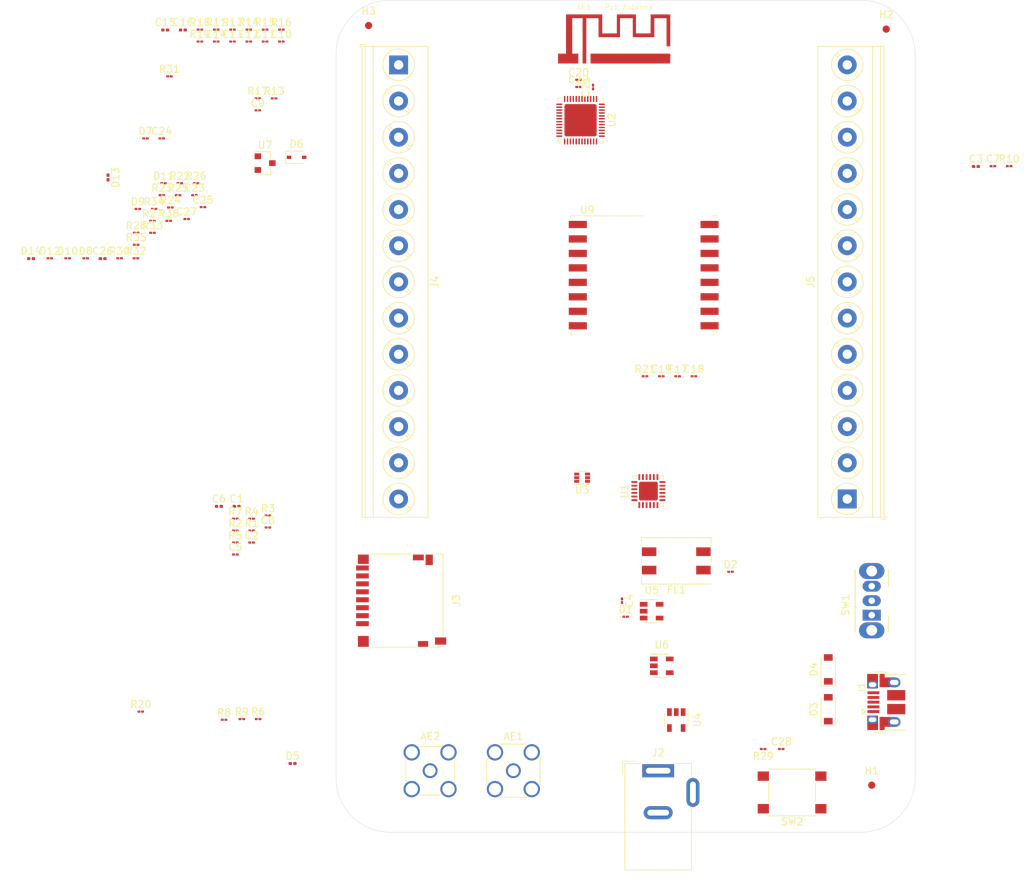
<source format=kicad_pcb>
(kicad_pcb (version 20171130) (host pcbnew "(5.1.2)-1")
  (layers (0 F.Cu signal) (31 B.Cu signal hide) (34 B.Paste user) (35 F.Paste user) (36 B.SilkS user) (37 F.SilkS user) (38 B.Mask user) (39 F.Mask user) (44 Edge.Cuts user))
  (net 0 "")
  (net 1 GND)
  (net 2 "Net-(AE2-Pad1)")
  (net 3 "Net-(AE3-Pad2)")
  (net 4 +3.3VP)
  (net 5 VBUS)
  (net 6 +5V)
  (net 7 +BATT)
  (net 8 +3V3)
  (net 9 /LEDscreen/RES)
  (net 10 VCC)
  (net 11 "Net-(C13-Pad2)")
  (net 12 "Net-(C13-Pad1)")
  (net 13 "Net-(C14-Pad2)")
  (net 14 "Net-(C14-Pad1)")
  (net 15 "Net-(C15-Pad1)")
  (net 16 "Net-(C16-Pad1)")
  (net 17 /moduloRF/ANT)
  (net 18 "Net-(C18-Pad1)")
  (net 19 "Net-(C21-Pad1)")
  (net 20 /micro/SENSOR_CAPP)
  (net 21 /micro/S_VP)
  (net 22 /micro/SENSOR_CAPN)
  (net 23 /micro/S_VN)
  (net 24 /micro/RS_EN)
  (net 25 /Power/D+)
  (net 26 /Power/D-)
  (net 27 +5VD)
  (net 28 "Net-(D5-Pad2)")
  (net 29 "Net-(D5-Pad1)")
  (net 30 /micro/SD1-IO4)
  (net 31 /micro/SD2-IO12)
  (net 32 /micro/CMD-MOSI-IO15)
  (net 33 /micro/SD3-CS-IO13)
  (net 34 /micro/CLK-SCK-IO14)
  (net 35 /micro/SD0-MISO-IO2)
  (net 36 "Net-(D13-Pad2)")
  (net 37 "Net-(D14-Pad2)")
  (net 38 /Power/DM)
  (net 39 /Power/DP)
  (net 40 "Net-(J1-Pad4)")
  (net 41 /micro/IO21)
  (net 42 /micro/TXD)
  (net 43 /micro/RXD)
  (net 44 /micro/IO22)
  (net 45 /micro/IO23)
  (net 46 /micro/IO19)
  (net 47 /micro/HPDIO2)
  (net 48 /micro/HPDIO1)
  (net 49 /Power/RST_EN)
  (net 50 /micro/IO34)
  (net 51 /Power/IO35)
  (net 52 /Power/IO0)
  (net 53 /micro/IO25)
  (net 54 "Net-(R5-Pad1)")
  (net 55 "Net-(R7-Pad2)")
  (net 56 "Net-(R8-Pad2)")
  (net 57 /LEDscreen/D0)
  (net 58 /LEDscreen/D1)
  (net 59 /LEDscreen/D2)
  (net 60 "Net-(R15-Pad2)")
  (net 61 "Net-(R17-Pad2)")
  (net 62 "Net-(R19-Pad2)")
  (net 63 /Power/U0RXD)
  (net 64 "Net-(R29-Pad2)")
  (net 65 /micro/IO32)
  (net 66 /micro/IO33)
  (net 67 "Net-(SW1-Pad3)")
  (net 68 "Net-(U1-Pad24)")
  (net 69 /Power/DTR)
  (net 70 "Net-(U1-Pad22)")
  (net 71 /Power/RTS)
  (net 72 "Net-(U1-Pad18)")
  (net 73 "Net-(U1-Pad17)")
  (net 74 "Net-(U1-Pad16)")
  (net 75 "Net-(U1-Pad15)")
  (net 76 "Net-(U1-Pad14)")
  (net 77 "Net-(U1-Pad13)")
  (net 78 "Net-(U1-Pad12)")
  (net 79 "Net-(U1-Pad11)")
  (net 80 "Net-(U1-Pad10)")
  (net 81 "Net-(U1-Pad9)")
  (net 82 "Net-(U1-Pad1)")
  (net 83 "Net-(U2-Pad48)")
  (net 84 "Net-(U2-Pad47)")
  (net 85 "Net-(U2-Pad45)")
  (net 86 "Net-(U2-Pad44)")
  (net 87 /micro/IO18)
  (net 88 /micro/IO5)
  (net 89 "Net-(U2-Pad33)")
  (net 90 "Net-(U2-Pad32)")
  (net 91 "Net-(U2-Pad31)")
  (net 92 "Net-(U2-Pad30)")
  (net 93 "Net-(U2-Pad29)")
  (net 94 "Net-(U2-Pad28)")
  (net 95 "Net-(U2-Pad27)")
  (net 96 "Net-(U2-Pad26)")
  (net 97 "Net-(U2-Pad25)")
  (net 98 /micro/IO27)
  (net 99 /micro/IO26)
  (net 100 "Net-(U5-Pad4)")
  (net 101 "Net-(U6-Pad4)")
  (net 102 "Net-(U8-Pad7)")
  (net 103 "Net-(U9-Pad7)")
  (net 104 "Net-(U9-Pad11)")
  (net 105 "Net-(U9-Pad12)")
  (net 106 "Net-(AE1-Pad1)")
  (net 107 "Net-(J4-Pad9)")
  (module MyAntennas:SWRA117D (layer F.Cu) (at 195.88 42.86)
    (fp_text reference AE3 (at -4.2 -4.36) (layer F.SilkS) (effects (font (size 0.7 0.7) (thickness 0.07))))
    (fp_text value Pcb_Antenna (at 2.06 -4.38) (layer F.SilkS) (effects (font (size 0.7 0.7) (thickness 0.07))))
    (fp_poly (pts (xy 7.789334 3.386667) (xy -3.217333 3.386667) (xy -3.217333 2.032) (xy 7.789334 2.032) (xy 7.789334 3.386667)) (layer F.Cu) (width 0.01))
    (fp_poly (pts (xy -1.608666 -0.762) (xy 0.423334 -0.762) (xy 0.423334 -3.386666) (xy 3.048 -3.386666) (xy 3.048 -0.762) (xy 5.08 -0.762) (xy 5.08 -3.386666) (xy 7.789334 -3.386666) (xy 7.789334 1.016) (xy 7.281334 1.016) (xy 7.281334 -2.878666) (xy 5.588 -2.878666) (xy 5.588 -0.254) (xy 2.624667 -0.254) (xy 2.624667 -2.878666) (xy 0.846667 -2.878666) (xy 0.846667 -0.254) (xy -2.116666 -0.254) (xy -2.116666 -2.878666) (xy -3.81 -2.878666) (xy -3.81 3.386667) (xy -4.318 3.386667) (xy -4.318 -2.878666) (xy -5.757333 -2.878666) (xy -5.757333 2.032) (xy -4.910666 2.032) (xy -4.910666 3.386667) (xy -7.704666 3.386667) (xy -7.704666 2.032) (xy -6.604 2.032) (xy -6.604 -3.386666) (xy -1.608666 -3.386666) (xy -1.608666 -0.762)) (layer F.Cu) (width 0.01))
    (pad 2 smd circle (at -4.06 3.18) (size 0.4 0.4) (layers F.Cu F.Paste) (net 3 "Net-(AE3-Pad2)"))
    (pad 1 smd circle (at -6.2 2.8) (size 0.5 0.5) (layers F.Cu F.Paste F.Mask) (net 1 GND))
  )
  (module RF_Module:HOPERF_RFM69HW (layer F.Cu) (at 200 75.5)
    (fp_text reference U9 (at -7.8 -9) (layer F.SilkS))
    (fp_text value RFM69HCW)
    (pad 1 smd rect (at -9.1 -7) (size 2.5 1) (layers F.Cu F.Paste F.Mask) (net 1 GND))
    (pad 2 smd rect (at -9.1 -5) (size 2.5 1) (layers F.Cu F.Paste F.Mask) (net 46 /micro/IO19))
    (pad 3 smd rect (at -9.1 -3) (size 2.5 1) (layers F.Cu F.Paste F.Mask) (net 98 /micro/IO27))
    (pad 4 smd rect (at -9.1 -1) (size 2.5 1) (layers F.Cu F.Paste F.Mask) (net 88 /micro/IO5))
    (pad 5 smd rect (at -9.1 1) (size 2.5 1) (layers F.Cu F.Paste F.Mask) (net 87 /micro/IO18))
    (pad 6 smd rect (at -9.1 3) (size 2.5 1) (layers F.Cu F.Paste F.Mask) (net 45 /micro/IO23))
    (pad 7 smd rect (at -9.1 5) (size 2.5 1) (layers F.Cu F.Paste F.Mask) (net 103 "Net-(U9-Pad7)"))
    (pad 8 smd rect (at -9.1 7) (size 2.5 1) (layers F.Cu F.Paste F.Mask) (net 1 GND))
    (pad 9 smd rect (at 9.1 7) (size 2.5 1) (layers F.Cu F.Paste F.Mask) (net 17 /moduloRF/ANT))
    (pad 10 smd rect (at 9.1 5) (size 2.5 1) (layers F.Cu F.Paste F.Mask) (net 1 GND))
    (pad 11 smd rect (at 9.1 3) (size 2.5 1) (layers F.Cu F.Paste F.Mask) (net 104 "Net-(U9-Pad11)"))
    (pad 12 smd rect (at 9.1 1) (size 2.5 1) (layers F.Cu F.Paste F.Mask) (net 105 "Net-(U9-Pad12)"))
    (pad 13 smd rect (at 9.1 -1) (size 2.5 1) (layers F.Cu F.Paste F.Mask) (net 4 +3.3VP))
    (pad 14 smd rect (at 9.1 -3) (size 2.5 1) (layers F.Cu F.Paste F.Mask) (net 99 /micro/IO26))
    (pad 15 smd rect (at 9.1 -5) (size 2.5 1) (layers F.Cu F.Paste F.Mask) (net 48 /micro/HPDIO1))
    (pad 16 smd rect (at 9.1 -7) (size 2.5 1) (layers F.Cu F.Paste F.Mask) (net 47 /micro/HPDIO2))
  )
  (module Connector_FFC-FPC:Molex_200528-0300_1x30-1MP_P1.00mm_Horizontal (layer B.Cu) (at 200 20)
    (fp_text reference U8 (at 0 2.61) (layer B.SilkS) (effects (justify mirror)))
    (fp_text value OLED-128O064D)
    (pad 30 smd rect (at 14.5 0.91) (size 0.4 1) (layers B.Cu B.Paste B.Mask) (net 1 GND))
    (pad 29 smd rect (at 13.5 0.91) (size 0.4 1) (layers B.Cu B.Paste B.Mask) (net 1 GND))
    (pad 28 smd rect (at 12.5 0.91) (size 0.4 1) (layers B.Cu B.Paste B.Mask) (net 16 "Net-(C16-Pad1)"))
    (pad 27 smd rect (at 11.5 0.91) (size 0.4 1) (layers B.Cu B.Paste B.Mask) (net 15 "Net-(C15-Pad1)"))
    (pad 26 smd rect (at 10.5 0.91) (size 0.4 1) (layers B.Cu B.Paste B.Mask) (net 62 "Net-(R19-Pad2)"))
    (pad 25 smd rect (at 9.5 0.91) (size 0.4 1) (layers B.Cu B.Paste B.Mask) (net 1 GND))
    (pad 24 smd rect (at 8.5 0.91) (size 0.4 1) (layers B.Cu B.Paste B.Mask) (net 1 GND))
    (pad 23 smd rect (at 7.5 0.91) (size 0.4 1) (layers B.Cu B.Paste B.Mask) (net 1 GND))
    (pad 22 smd rect (at 6.5 0.91) (size 0.4 1) (layers B.Cu B.Paste B.Mask) (net 1 GND))
    (pad 21 smd rect (at 5.5 0.91) (size 0.4 1) (layers B.Cu B.Paste B.Mask) (net 1 GND))
    (pad 20 smd rect (at 4.5 0.91) (size 0.4 1) (layers B.Cu B.Paste B.Mask) (net 59 /LEDscreen/D2))
    (pad 19 smd rect (at 3.5 0.91) (size 0.4 1) (layers B.Cu B.Paste B.Mask) (net 58 /LEDscreen/D1))
    (pad 18 smd rect (at 2.5 0.91) (size 0.4 1) (layers B.Cu B.Paste B.Mask) (net 57 /LEDscreen/D0))
    (pad 17 smd rect (at 1.5 0.91) (size 0.4 1) (layers B.Cu B.Paste B.Mask) (net 1 GND))
    (pad 16 smd rect (at 0.5 0.91) (size 0.4 1) (layers B.Cu B.Paste B.Mask) (net 1 GND))
    (pad 15 smd rect (at -0.5 0.91) (size 0.4 1) (layers B.Cu B.Paste B.Mask) (net 1 GND))
    (pad 14 smd rect (at -1.5 0.91) (size 0.4 1) (layers B.Cu B.Paste B.Mask) (net 9 /LEDscreen/RES))
    (pad 13 smd rect (at -2.5 0.91) (size 0.4 1) (layers B.Cu B.Paste B.Mask) (net 1 GND))
    (pad 12 smd rect (at -3.5 0.91) (size 0.4 1) (layers B.Cu B.Paste B.Mask) (net 1 GND))
    (pad 11 smd rect (at -4.5 0.91) (size 0.4 1) (layers B.Cu B.Paste B.Mask) (net 60 "Net-(R15-Pad2)"))
    (pad 10 smd rect (at -5.5 0.91) (size 0.4 1) (layers B.Cu B.Paste B.Mask) (net 61 "Net-(R17-Pad2)"))
    (pad 9 smd rect (at -6.5 0.91) (size 0.4 1) (layers B.Cu B.Paste B.Mask) (net 10 VCC))
    (pad 8 smd rect (at -7.5 0.91) (size 0.4 1) (layers B.Cu B.Paste B.Mask) (net 1 GND))
    (pad 7 smd rect (at -8.5 0.91) (size 0.4 1) (layers B.Cu B.Paste B.Mask) (net 102 "Net-(U8-Pad7)"))
    (pad 6 smd rect (at -9.5 0.91) (size 0.4 1) (layers B.Cu B.Paste B.Mask) (net 10 VCC))
    (pad 5 smd rect (at -10.5 0.91) (size 0.4 1) (layers B.Cu B.Paste B.Mask) (net 13 "Net-(C14-Pad2)"))
    (pad 4 smd rect (at -11.5 0.91) (size 0.4 1) (layers B.Cu B.Paste B.Mask) (net 14 "Net-(C14-Pad1)"))
    (pad 3 smd rect (at -12.5 0.91) (size 0.4 1) (layers B.Cu B.Paste B.Mask) (net 11 "Net-(C13-Pad2)"))
    (pad 2 smd rect (at -13.5 0.91) (size 0.4 1) (layers B.Cu B.Paste B.Mask) (net 12 "Net-(C13-Pad1)"))
    (pad 1 smd rect (at -14.5 0.91) (size 0.4 1) (layers B.Cu B.Paste B.Mask) (net 1 GND))
    (pad MP smd rect (at 17.3 -1.79) (size 2 1.3) (layers B.Cu B.Paste B.Mask))
    (pad MP smd rect (at -17.3 -1.79) (size 2 1.3) (layers B.Cu B.Paste B.Mask))
  )
  (module Package_TO_SOT_SMD:SOT-23 (layer F.Cu) (at 147.7 60.02)
    (fp_text reference U7 (at 0 -2.5) (layer F.SilkS))
    (fp_text value 662k)
    (pad 3 smd rect (at 1 0) (size 0.9 0.8) (layers F.Cu F.Paste F.Mask) (net 1 GND))
    (pad 2 smd rect (at -1 0.95) (size 0.9 0.8) (layers F.Cu F.Paste F.Mask) (net 8 +3V3))
    (pad 1 smd rect (at -1 -0.95) (size 0.9 0.8) (layers F.Cu F.Paste F.Mask) (net 10 VCC))
  )
  (module Package_TO_SOT_SMD:SOT-23-5 (layer F.Cu) (at 202.5 129.5)
    (fp_text reference U6 (at 0 -2.9) (layer F.SilkS))
    (fp_text value ME6211)
    (pad 5 smd rect (at 1.1 -0.95) (size 1.06 0.65) (layers F.Cu F.Paste F.Mask) (net 4 +3.3VP))
    (pad 4 smd rect (at 1.1 0.95) (size 1.06 0.65) (layers F.Cu F.Paste F.Mask) (net 101 "Net-(U6-Pad4)"))
    (pad 3 smd rect (at -1.1 0.95) (size 1.06 0.65) (layers F.Cu F.Paste F.Mask) (net 56 "Net-(R8-Pad2)"))
    (pad 2 smd rect (at -1.1 0) (size 1.06 0.65) (layers F.Cu F.Paste F.Mask) (net 1 GND))
    (pad 1 smd rect (at -1.1 -0.95) (size 1.06 0.65) (layers F.Cu F.Paste F.Mask) (net 6 +5V))
  )
  (module Package_TO_SOT_SMD:SOT-23-5 (layer F.Cu) (at 201.1 121.95)
    (fp_text reference U5 (at 0 -2.9) (layer F.SilkS))
    (fp_text value ME6211)
    (pad 5 smd rect (at 1.1 -0.95) (size 1.06 0.65) (layers F.Cu F.Paste F.Mask) (net 8 +3V3))
    (pad 4 smd rect (at 1.1 0.95) (size 1.06 0.65) (layers F.Cu F.Paste F.Mask) (net 100 "Net-(U5-Pad4)"))
    (pad 3 smd rect (at -1.1 0.95) (size 1.06 0.65) (layers F.Cu F.Paste F.Mask) (net 55 "Net-(R7-Pad2)"))
    (pad 2 smd rect (at -1.1 0) (size 1.06 0.65) (layers F.Cu F.Paste F.Mask) (net 1 GND))
    (pad 1 smd rect (at -1.1 -0.95) (size 1.06 0.65) (layers F.Cu F.Paste F.Mask) (net 6 +5V))
  )
  (module Package_TO_SOT_SMD:SOT-23-5 (layer F.Cu) (at 204.5 137 270)
    (fp_text reference U4 (at 0 -2.9 90) (layer F.SilkS))
    (fp_text value TP4054)
    (pad 5 smd rect (at 1.1 -0.95 270) (size 1.06 0.65) (layers F.Cu F.Paste F.Mask) (net 54 "Net-(R5-Pad1)"))
    (pad 4 smd rect (at 1.1 0.95 270) (size 1.06 0.65) (layers F.Cu F.Paste F.Mask) (net 5 VBUS))
    (pad 3 smd rect (at -1.1 0.95 270) (size 1.06 0.65) (layers F.Cu F.Paste F.Mask) (net 7 +BATT))
    (pad 2 smd rect (at -1.1 0 270) (size 1.06 0.65) (layers F.Cu F.Paste F.Mask) (net 1 GND))
    (pad 1 smd rect (at -1.1 -0.95 270) (size 1.06 0.65) (layers F.Cu F.Paste F.Mask) (net 29 "Net-(D5-Pad1)"))
  )
  (module Package_TO_SOT_SMD:SOT-563 (layer F.Cu) (at 191.5 103.5 180)
    (fp_text reference U3 (at 0 -1.7) (layer F.SilkS))
    (fp_text value EMH3)
    (pad 5 smd rect (at 0.75 0 180) (size 0.7 0.4) (layers F.Cu F.Paste F.Mask) (net 71 /Power/RTS))
    (pad 4 smd rect (at 0.75 0.5 180) (size 0.7 0.4) (layers F.Cu F.Paste F.Mask) (net 69 /Power/DTR))
    (pad 2 smd rect (at -0.75 0 180) (size 0.7 0.4) (layers F.Cu F.Paste F.Mask) (net 69 /Power/DTR))
    (pad 6 smd rect (at 0.75 -0.5 180) (size 0.7 0.4) (layers F.Cu F.Paste F.Mask) (net 49 /Power/RST_EN))
    (pad 3 smd rect (at -0.75 0.5 180) (size 0.7 0.4) (layers F.Cu F.Paste F.Mask) (net 52 /Power/IO0))
    (pad 1 smd rect (at -0.75 -0.5 180) (size 0.7 0.4) (layers F.Cu F.Paste F.Mask) (net 71 /Power/RTS))
  )
  (module Package_DFN_QFN:UQFN-48-1EP_6x6mm_P0.4mm_EP4.45x4.45mm (layer F.Cu) (at 191.28 54.09 270)
    (fp_text reference U2 (at 0 -4.3 90) (layer F.SilkS))
    (fp_text value ESP32)
    (pad 48 smd roundrect (at -2.2 -2.9375 270) (size 0.2 0.825) (layers F.Cu F.Paste F.Mask) (net 83 "Net-(U2-Pad48)"))
    (pad 47 smd roundrect (at -1.8 -2.9375 270) (size 0.2 0.825) (layers F.Cu F.Paste F.Mask) (net 84 "Net-(U2-Pad47)"))
    (pad 46 smd roundrect (at -1.4 -2.9375 270) (size 0.2 0.825) (layers F.Cu F.Paste F.Mask) (net 8 +3V3))
    (pad 45 smd roundrect (at -1 -2.9375 270) (size 0.2 0.825) (layers F.Cu F.Paste F.Mask) (net 85 "Net-(U2-Pad45)"))
    (pad 44 smd roundrect (at -0.6 -2.9375 270) (size 0.2 0.825) (layers F.Cu F.Paste F.Mask) (net 86 "Net-(U2-Pad44)"))
    (pad 43 smd roundrect (at -0.2 -2.9375 270) (size 0.2 0.825) (layers F.Cu F.Paste F.Mask) (net 8 +3V3))
    (pad 42 smd roundrect (at 0.2 -2.9375 270) (size 0.2 0.825) (layers F.Cu F.Paste F.Mask) (net 41 /micro/IO21))
    (pad 41 smd roundrect (at 0.6 -2.9375 270) (size 0.2 0.825) (layers F.Cu F.Paste F.Mask) (net 42 /micro/TXD))
    (pad 40 smd roundrect (at 1 -2.9375 270) (size 0.2 0.825) (layers F.Cu F.Paste F.Mask) (net 43 /micro/RXD))
    (pad 39 smd roundrect (at 1.4 -2.9375 270) (size 0.2 0.825) (layers F.Cu F.Paste F.Mask) (net 44 /micro/IO22))
    (pad 38 smd roundrect (at 1.8 -2.9375 270) (size 0.2 0.825) (layers F.Cu F.Paste F.Mask) (net 46 /micro/IO19))
    (pad 37 smd roundrect (at 2.2 -2.9375 270) (size 0.2 0.825) (layers F.Cu F.Paste F.Mask) (net 8 +3V3))
    (pad 36 smd roundrect (at 2.9375 -2.2 270) (size 0.825 0.2) (layers F.Cu F.Paste F.Mask) (net 45 /micro/IO23))
    (pad 35 smd roundrect (at 2.9375 -1.8 270) (size 0.825 0.2) (layers F.Cu F.Paste F.Mask) (net 87 /micro/IO18))
    (pad 34 smd roundrect (at 2.9375 -1.4 270) (size 0.825 0.2) (layers F.Cu F.Paste F.Mask) (net 88 /micro/IO5))
    (pad 33 smd roundrect (at 2.9375 -1 270) (size 0.825 0.2) (layers F.Cu F.Paste F.Mask) (net 89 "Net-(U2-Pad33)"))
    (pad 32 smd roundrect (at 2.9375 -0.6 270) (size 0.825 0.2) (layers F.Cu F.Paste F.Mask) (net 90 "Net-(U2-Pad32)"))
    (pad 31 smd roundrect (at 2.9375 -0.2 270) (size 0.825 0.2) (layers F.Cu F.Paste F.Mask) (net 91 "Net-(U2-Pad31)"))
    (pad 30 smd roundrect (at 2.9375 0.2 270) (size 0.825 0.2) (layers F.Cu F.Paste F.Mask) (net 92 "Net-(U2-Pad30)"))
    (pad 29 smd roundrect (at 2.9375 0.6 270) (size 0.825 0.2) (layers F.Cu F.Paste F.Mask) (net 93 "Net-(U2-Pad29)"))
    (pad 28 smd roundrect (at 2.9375 1 270) (size 0.825 0.2) (layers F.Cu F.Paste F.Mask) (net 94 "Net-(U2-Pad28)"))
    (pad 27 smd roundrect (at 2.9375 1.4 270) (size 0.825 0.2) (layers F.Cu F.Paste F.Mask) (net 95 "Net-(U2-Pad27)"))
    (pad 26 smd roundrect (at 2.9375 1.8 270) (size 0.825 0.2) (layers F.Cu F.Paste F.Mask) (net 96 "Net-(U2-Pad26)"))
    (pad 25 smd roundrect (at 2.9375 2.2 270) (size 0.825 0.2) (layers F.Cu F.Paste F.Mask) (net 97 "Net-(U2-Pad25)"))
    (pad 24 smd roundrect (at 2.2 2.9375 270) (size 0.2 0.825) (layers F.Cu F.Paste F.Mask) (net 30 /micro/SD1-IO4))
    (pad 23 smd roundrect (at 1.8 2.9375 270) (size 0.2 0.825) (layers F.Cu F.Paste F.Mask) (net 52 /Power/IO0))
    (pad 22 smd roundrect (at 1.4 2.9375 270) (size 0.2 0.825) (layers F.Cu F.Paste F.Mask) (net 35 /micro/SD0-MISO-IO2))
    (pad 21 smd roundrect (at 1 2.9375 270) (size 0.2 0.825) (layers F.Cu F.Paste F.Mask) (net 32 /micro/CMD-MOSI-IO15))
    (pad 20 smd roundrect (at 0.6 2.9375 270) (size 0.2 0.825) (layers F.Cu F.Paste F.Mask) (net 33 /micro/SD3-CS-IO13))
    (pad 19 smd roundrect (at 0.2 2.9375 270) (size 0.2 0.825) (layers F.Cu F.Paste F.Mask) (net 8 +3V3))
    (pad 18 smd roundrect (at -0.2 2.9375 270) (size 0.2 0.825) (layers F.Cu F.Paste F.Mask) (net 31 /micro/SD2-IO12))
    (pad 17 smd roundrect (at -0.6 2.9375 270) (size 0.2 0.825) (layers F.Cu F.Paste F.Mask) (net 34 /micro/CLK-SCK-IO14))
    (pad 16 smd roundrect (at -1 2.9375 270) (size 0.2 0.825) (layers F.Cu F.Paste F.Mask) (net 98 /micro/IO27))
    (pad 15 smd roundrect (at -1.4 2.9375 270) (size 0.2 0.825) (layers F.Cu F.Paste F.Mask) (net 99 /micro/IO26))
    (pad 14 smd roundrect (at -1.8 2.9375 270) (size 0.2 0.825) (layers F.Cu F.Paste F.Mask) (net 53 /micro/IO25))
    (pad 13 smd roundrect (at -2.2 2.9375 270) (size 0.2 0.825) (layers F.Cu F.Paste F.Mask) (net 66 /micro/IO33))
    (pad 12 smd roundrect (at -2.9375 2.2 270) (size 0.825 0.2) (layers F.Cu F.Paste F.Mask) (net 65 /micro/IO32))
    (pad 11 smd roundrect (at -2.9375 1.8 270) (size 0.825 0.2) (layers F.Cu F.Paste F.Mask) (net 51 /Power/IO35))
    (pad 10 smd roundrect (at -2.9375 1.4 270) (size 0.825 0.2) (layers F.Cu F.Paste F.Mask) (net 50 /micro/IO34))
    (pad 9 smd roundrect (at -2.9375 1 270) (size 0.825 0.2) (layers F.Cu F.Paste F.Mask) (net 49 /Power/RST_EN))
    (pad 8 smd roundrect (at -2.9375 0.6 270) (size 0.825 0.2) (layers F.Cu F.Paste F.Mask) (net 23 /micro/S_VN))
    (pad 7 smd roundrect (at -2.9375 0.2 270) (size 0.825 0.2) (layers F.Cu F.Paste F.Mask) (net 22 /micro/SENSOR_CAPN))
    (pad 6 smd roundrect (at -2.9375 -0.2 270) (size 0.825 0.2) (layers F.Cu F.Paste F.Mask) (net 20 /micro/SENSOR_CAPP))
    (pad 5 smd roundrect (at -2.9375 -0.6 270) (size 0.825 0.2) (layers F.Cu F.Paste F.Mask) (net 21 /micro/S_VP))
    (pad 4 smd roundrect (at -2.9375 -1 270) (size 0.825 0.2) (layers F.Cu F.Paste F.Mask) (net 8 +3V3))
    (pad 3 smd roundrect (at -2.9375 -1.4 270) (size 0.825 0.2) (layers F.Cu F.Paste F.Mask) (net 8 +3V3))
    (pad 2 smd roundrect (at -2.9375 -1.8 270) (size 0.825 0.2) (layers F.Cu F.Paste F.Mask) (net 19 "Net-(C21-Pad1)"))
    (pad 1 smd roundrect (at -2.9375 -2.2 270) (size 0.825 0.2) (layers F.Cu F.Paste F.Mask) (net 8 +3V3))
    (pad 49 smd roundrect (at 0 0 270) (size 4.45 4.45) (layers F.Cu F.Mask) (roundrect_rratio 0.05618) (net 1 GND))
  )
  (module Package_DFN_QFN:QFN-24-1EP_4x4mm_P0.5mm_EP2.6x2.6mm (layer F.Cu) (at 200.65 105.35 90)
    (fp_text reference U1 (at 0 -3.3 90) (layer F.SilkS))
    (fp_text value CP2102N-A01-GQFN24)
    (pad 24 smd roundrect (at -1.25 -1.9375 90) (size 0.25 0.825) (layers F.Cu F.Paste F.Mask) (net 68 "Net-(U1-Pad24)"))
    (pad 23 smd roundrect (at -0.75 -1.9375 90) (size 0.25 0.825) (layers F.Cu F.Paste F.Mask) (net 69 /Power/DTR))
    (pad 22 smd roundrect (at -0.25 -1.9375 90) (size 0.25 0.825) (layers F.Cu F.Paste F.Mask) (net 70 "Net-(U1-Pad22)"))
    (pad 21 smd roundrect (at 0.25 -1.9375 90) (size 0.25 0.825) (layers F.Cu F.Paste F.Mask) (net 63 /Power/U0RXD))
    (pad 20 smd roundrect (at 0.75 -1.9375 90) (size 0.25 0.825) (layers F.Cu F.Paste F.Mask) (net 63 /Power/U0RXD))
    (pad 19 smd roundrect (at 1.25 -1.9375 90) (size 0.25 0.825) (layers F.Cu F.Paste F.Mask) (net 71 /Power/RTS))
    (pad 18 smd roundrect (at 1.9375 -1.25 90) (size 0.825 0.25) (layers F.Cu F.Paste F.Mask) (net 72 "Net-(U1-Pad18)"))
    (pad 17 smd roundrect (at 1.9375 -0.75 90) (size 0.825 0.25) (layers F.Cu F.Paste F.Mask) (net 73 "Net-(U1-Pad17)"))
    (pad 16 smd roundrect (at 1.9375 -0.25 90) (size 0.825 0.25) (layers F.Cu F.Paste F.Mask) (net 74 "Net-(U1-Pad16)"))
    (pad 15 smd roundrect (at 1.9375 0.25 90) (size 0.825 0.25) (layers F.Cu F.Paste F.Mask) (net 75 "Net-(U1-Pad15)"))
    (pad 14 smd roundrect (at 1.9375 0.75 90) (size 0.825 0.25) (layers F.Cu F.Paste F.Mask) (net 76 "Net-(U1-Pad14)"))
    (pad 13 smd roundrect (at 1.9375 1.25 90) (size 0.825 0.25) (layers F.Cu F.Paste F.Mask) (net 77 "Net-(U1-Pad13)"))
    (pad 12 smd roundrect (at 1.25 1.9375 90) (size 0.25 0.825) (layers F.Cu F.Paste F.Mask) (net 78 "Net-(U1-Pad12)"))
    (pad 11 smd roundrect (at 0.75 1.9375 90) (size 0.25 0.825) (layers F.Cu F.Paste F.Mask) (net 79 "Net-(U1-Pad11)"))
    (pad 10 smd roundrect (at 0.25 1.9375 90) (size 0.25 0.825) (layers F.Cu F.Paste F.Mask) (net 80 "Net-(U1-Pad10)"))
    (pad 9 smd roundrect (at -0.25 1.9375 90) (size 0.25 0.825) (layers F.Cu F.Paste F.Mask) (net 81 "Net-(U1-Pad9)"))
    (pad 8 smd roundrect (at -0.75 1.9375 90) (size 0.25 0.825) (layers F.Cu F.Paste F.Mask) (net 6 +5V))
    (pad 7 smd roundrect (at -1.25 1.9375 90) (size 0.25 0.825) (layers F.Cu F.Paste F.Mask) (net 4 +3.3VP))
    (pad 6 smd roundrect (at -1.9375 1.25 90) (size 0.825 0.25) (layers F.Cu F.Paste F.Mask) (net 4 +3.3VP))
    (pad 5 smd roundrect (at -1.9375 0.75 90) (size 0.825 0.25) (layers F.Cu F.Paste F.Mask) (net 4 +3.3VP))
    (pad 4 smd roundrect (at -1.9375 0.25 90) (size 0.825 0.25) (layers F.Cu F.Paste F.Mask) (net 38 /Power/DM))
    (pad 3 smd roundrect (at -1.9375 -0.25 90) (size 0.825 0.25) (layers F.Cu F.Paste F.Mask) (net 39 /Power/DP))
    (pad 2 smd roundrect (at -1.9375 -0.75 90) (size 0.825 0.25) (layers F.Cu F.Paste F.Mask) (net 1 GND))
    (pad 1 smd roundrect (at -1.9375 -1.25 90) (size 0.825 0.25) (layers F.Cu F.Paste F.Mask) (net 82 "Net-(U1-Pad1)"))
    (pad 25 smd roundrect (at 0 0 90) (size 2.6 2.6) (layers F.Cu F.Mask) (roundrect_rratio 0.096154) (net 1 GND))
  )
  (module Button_Switch_SMD:SW_Push_1P1T_NO_6x6mm_H9.5mm (layer F.Cu) (at 220.5 147 180)
    (fp_text reference SW2 (at 0 -4.05) (layer F.SilkS))
    (fp_text value SW_Push)
    (pad 2 smd rect (at 3.975 2.25 180) (size 1.55 1.3) (layers F.Cu F.Paste F.Mask) (net 64 "Net-(R29-Pad2)"))
    (pad 1 smd rect (at 3.975 -2.25 180) (size 1.55 1.3) (layers F.Cu F.Paste F.Mask) (net 1 GND))
    (pad 1 smd rect (at -3.975 -2.25 180) (size 1.55 1.3) (layers F.Cu F.Paste F.Mask) (net 1 GND))
    (pad 2 smd rect (at -3.975 2.25 180) (size 1.55 1.3) (layers F.Cu F.Paste F.Mask) (net 64 "Net-(R29-Pad2)"))
  )
  (module Button_Switch_THT:SW_CuK_OS102011MA1QN1_SPDT_Angled (layer F.Cu) (at 231.5 122.5 90)
    (fp_text reference SW1 (at 1.4 -3.6 90) (layer F.SilkS))
    (fp_text value SW_SPDT)
    (pad "" thru_hole oval (at 6.1 0 90) (size 2.2 3.5) (drill 1.5) (layers *.Cu *.Mask))
    (pad "" thru_hole oval (at -2.1 0 90) (size 2.2 3.5) (drill 1.5) (layers *.Cu *.Mask))
    (pad 3 thru_hole oval (at 4 0 90) (size 1.5 2.5) (drill 0.9) (layers *.Cu *.Mask) (net 67 "Net-(SW1-Pad3)"))
    (pad 2 thru_hole oval (at 2 0 90) (size 1.5 2.5) (drill 0.9) (layers *.Cu *.Mask) (net 27 +5VD))
    (pad 1 thru_hole rect (at 0 0 90) (size 1.5 2.5) (drill 0.9) (layers *.Cu *.Mask) (net 6 +5V))
  )
  (module Resistor_SMD:R_01005_0402Metric (layer F.Cu) (at 134.39 68)
    (fp_text reference R36 (at 0 -1) (layer F.SilkS))
    (fp_text value 10K)
    (pad 2 smd roundrect (at 0.25 0) (size 0.4 0.3) (layers F.Cu F.Mask) (net 24 /micro/RS_EN))
    (pad 1 smd roundrect (at -0.25 0) (size 0.4 0.3) (layers F.Cu F.Mask) (net 8 +3V3))
  )
  (module Resistor_SMD:R_01005_0402Metric (layer F.Cu) (at 129.89 71.3)
    (fp_text reference R35 (at 0 -1) (layer F.SilkS))
    (fp_text value 2K)
    (pad 2 smd roundrect (at 0.25 0) (size 0.4 0.3) (layers F.Cu F.Mask) (net 53 /micro/IO25))
    (pad 1 smd roundrect (at -0.25 0) (size 0.4 0.3) (layers F.Cu F.Mask) (net 37 "Net-(D14-Pad2)"))
  )
  (module Resistor_SMD:R_01005_0402Metric (layer F.Cu) (at 132.37 66.35)
    (fp_text reference R34 (at 0 -1) (layer F.SilkS))
    (fp_text value 2K)
    (pad 2 smd roundrect (at 0.25 0) (size 0.4 0.3) (layers F.Cu F.Mask) (net 8 +3V3))
    (pad 1 smd roundrect (at -0.25 0) (size 0.4 0.3) (layers F.Cu F.Mask) (net 36 "Net-(D13-Pad2)"))
  )
  (module Resistor_SMD:R_01005_0402Metric (layer F.Cu) (at 132.14 69.65)
    (fp_text reference R33 (at 0 -1) (layer F.SilkS))
    (fp_text value 22)
    (pad 2 smd roundrect (at 0.25 0) (size 0.4 0.3) (layers F.Cu F.Mask) (net 58 /LEDscreen/D1))
    (pad 1 smd roundrect (at -0.25 0) (size 0.4 0.3) (layers F.Cu F.Mask) (net 41 /micro/IO21))
  )
  (module Resistor_SMD:R_01005_0402Metric (layer F.Cu) (at 129.86 73.17)
    (fp_text reference R32 (at 0 -1) (layer F.SilkS))
    (fp_text value 22)
    (pad 2 smd roundrect (at 0.25 0) (size 0.4 0.3) (layers F.Cu F.Mask) (net 57 /LEDscreen/D0))
    (pad 1 smd roundrect (at -0.25 0) (size 0.4 0.3) (layers F.Cu F.Mask) (net 44 /micro/IO22))
  )
  (module Resistor_SMD:R_01005_0402Metric (layer F.Cu) (at 134.49 48.02)
    (fp_text reference R31 (at 0 -1) (layer F.SilkS))
    (fp_text value 22)
    (pad 2 smd roundrect (at 0.25 0) (size 0.4 0.3) (layers F.Cu F.Mask) (net 48 /micro/HPDIO1))
    (pad 1 smd roundrect (at -0.25 0) (size 0.4 0.3) (layers F.Cu F.Mask) (net 66 /micro/IO33))
  )
  (module Resistor_SMD:R_01005_0402Metric (layer F.Cu) (at 127.61 73.17)
    (fp_text reference R30 (at 0 -1) (layer F.SilkS))
    (fp_text value 22)
    (pad 2 smd roundrect (at 0.25 0) (size 0.4 0.3) (layers F.Cu F.Mask) (net 47 /micro/HPDIO2))
    (pad 1 smd roundrect (at -0.25 0) (size 0.4 0.3) (layers F.Cu F.Mask) (net 65 /micro/IO32))
  )
  (module Resistor_SMD:R_01005_0402Metric (layer F.Cu) (at 216.5 141 180)
    (fp_text reference R29 (at 0 -1) (layer F.SilkS))
    (fp_text value 0R)
    (pad 2 smd roundrect (at 0.25 0 180) (size 0.4 0.3) (layers F.Cu F.Mask) (net 64 "Net-(R29-Pad2)"))
    (pad 1 smd roundrect (at -0.25 0 180) (size 0.4 0.3) (layers F.Cu F.Mask) (net 24 /micro/RS_EN))
  )
  (module Resistor_SMD:R_01005_0402Metric (layer F.Cu) (at 129.89 69.65)
    (fp_text reference R28 (at 0 -1) (layer F.SilkS))
    (fp_text value NC)
    (pad 2 smd roundrect (at 0.25 0) (size 0.4 0.3) (layers F.Cu F.Mask) (net 8 +3V3))
    (pad 1 smd roundrect (at -0.25 0) (size 0.4 0.3) (layers F.Cu F.Mask) (net 35 /micro/SD0-MISO-IO2))
  )
  (module Resistor_SMD:R_01005_0402Metric (layer F.Cu) (at 132.14 68)
    (fp_text reference R27 (at 0 -1) (layer F.SilkS))
    (fp_text value NC)
    (pad 2 smd roundrect (at 0.25 0) (size 0.4 0.3) (layers F.Cu F.Mask) (net 8 +3V3))
    (pad 1 smd roundrect (at -0.25 0) (size 0.4 0.3) (layers F.Cu F.Mask) (net 34 /micro/CLK-SCK-IO14))
  )
  (module Resistor_SMD:R_01005_0402Metric (layer F.Cu) (at 138.17 62.8)
    (fp_text reference R26 (at 0 -1) (layer F.SilkS))
    (fp_text value NC)
    (pad 2 smd roundrect (at 0.25 0) (size 0.4 0.3) (layers F.Cu F.Mask) (net 8 +3V3))
    (pad 1 smd roundrect (at -0.25 0) (size 0.4 0.3) (layers F.Cu F.Mask) (net 33 /micro/SD3-CS-IO13))
  )
  (module Resistor_SMD:R_01005_0402Metric (layer F.Cu) (at 135.69 64.45)
    (fp_text reference R25 (at 0 -1) (layer F.SilkS))
    (fp_text value NC)
    (pad 2 smd roundrect (at 0.25 0) (size 0.4 0.3) (layers F.Cu F.Mask) (net 31 /micro/SD2-IO12))
    (pad 1 smd roundrect (at -0.25 0) (size 0.4 0.3) (layers F.Cu F.Mask) (net 8 +3V3))
  )
  (module Resistor_SMD:R_01005_0402Metric (layer F.Cu) (at 134.62 66.15)
    (fp_text reference R24 (at 0 -1) (layer F.SilkS))
    (fp_text value NC)
    (pad 2 smd roundrect (at 0.25 0) (size 0.4 0.3) (layers F.Cu F.Mask) (net 8 +3V3))
    (pad 1 smd roundrect (at -0.25 0) (size 0.4 0.3) (layers F.Cu F.Mask) (net 30 /micro/SD1-IO4))
  )
  (module Resistor_SMD:R_01005_0402Metric (layer F.Cu) (at 133.44 64.45)
    (fp_text reference R23 (at 0 -1) (layer F.SilkS))
    (fp_text value 470)
    (pad 2 smd roundrect (at 0.25 0) (size 0.4 0.3) (layers F.Cu F.Mask) (net 63 /Power/U0RXD))
    (pad 1 smd roundrect (at -0.25 0) (size 0.4 0.3) (layers F.Cu F.Mask) (net 42 /micro/TXD))
  )
  (module Resistor_SMD:R_01005_0402Metric (layer F.Cu) (at 135.92 62.8)
    (fp_text reference R22 (at 0 -1) (layer F.SilkS))
    (fp_text value 470)
    (pad 2 smd roundrect (at 0.25 0) (size 0.4 0.3) (layers F.Cu F.Mask) (net 63 /Power/U0RXD))
    (pad 1 smd roundrect (at -0.25 0) (size 0.4 0.3) (layers F.Cu F.Mask) (net 43 /micro/RXD))
  )
  (module Resistor_SMD:R_01005_0402Metric (layer F.Cu) (at 200.18 89.48)
    (fp_text reference R21 (at 0 -1) (layer F.SilkS))
    (fp_text value 0R)
    (pad 2 smd roundrect (at 0.25 0) (size 0.4 0.3) (layers F.Cu F.Mask) (net 2 "Net-(AE2-Pad1)"))
    (pad 1 smd roundrect (at -0.25 0) (size 0.4 0.3) (layers F.Cu F.Mask) (net 18 "Net-(C18-Pad1)"))
  )
  (module Resistor_SMD:R_01005_0402Metric (layer F.Cu) (at 130.52 135.83)
    (fp_text reference R20 (at 0 -1) (layer F.SilkS))
    (fp_text value R)
    (pad 2 smd roundrect (at 0.25 0) (size 0.4 0.3) (layers F.Cu F.Mask) (net 106 "Net-(AE1-Pad1)"))
    (pad 1 smd roundrect (at -0.25 0) (size 0.4 0.3) (layers F.Cu F.Mask) (net 18 "Net-(C18-Pad1)"))
  )
  (module Resistor_SMD:R_01005_0402Metric (layer F.Cu) (at 138.7 43.22)
    (fp_text reference R19 (at 0 -1) (layer F.SilkS))
    (fp_text value 910K)
    (pad 2 smd roundrect (at 0.25 0) (size 0.4 0.3) (layers F.Cu F.Mask) (net 62 "Net-(R19-Pad2)"))
    (pad 1 smd roundrect (at -0.25 0) (size 0.4 0.3) (layers F.Cu F.Mask) (net 1 GND))
  )
  (module Resistor_SMD:R_01005_0402Metric (layer F.Cu) (at 138.7 41.57)
    (fp_text reference R18 (at 0 -1) (layer F.SilkS))
    (fp_text value 0R)
    (pad 2 smd roundrect (at 0.25 0) (size 0.4 0.3) (layers F.Cu F.Mask) (net 1 GND))
    (pad 1 smd roundrect (at -0.25 0) (size 0.4 0.3) (layers F.Cu F.Mask) (net 61 "Net-(R17-Pad2)"))
  )
  (module Resistor_SMD:R_01005_0402Metric (layer F.Cu) (at 146.7 51.07)
    (fp_text reference R17 (at 0 -1) (layer F.SilkS))
    (fp_text value 1k)
    (pad 2 smd roundrect (at 0.25 0) (size 0.4 0.3) (layers F.Cu F.Mask) (net 61 "Net-(R17-Pad2)"))
    (pad 1 smd roundrect (at -0.25 0) (size 0.4 0.3) (layers F.Cu F.Mask) (net 10 VCC))
  )
  (module Resistor_SMD:R_01005_0402Metric (layer F.Cu) (at 149.95 41.57)
    (fp_text reference R16 (at 0 -1) (layer F.SilkS))
    (fp_text value 1k)
    (pad 2 smd roundrect (at 0.25 0) (size 0.4 0.3) (layers F.Cu F.Mask) (net 1 GND))
    (pad 1 smd roundrect (at -0.25 0) (size 0.4 0.3) (layers F.Cu F.Mask) (net 60 "Net-(R15-Pad2)"))
  )
  (module Resistor_SMD:R_01005_0402Metric (layer F.Cu) (at 147.7 41.57)
    (fp_text reference R15 (at 0 -1) (layer F.SilkS))
    (fp_text value 0R)
    (pad 2 smd roundrect (at 0.25 0) (size 0.4 0.3) (layers F.Cu F.Mask) (net 60 "Net-(R15-Pad2)"))
    (pad 1 smd roundrect (at -0.25 0) (size 0.4 0.3) (layers F.Cu F.Mask) (net 10 VCC))
  )
  (module Resistor_SMD:R_01005_0402Metric (layer F.Cu) (at 145.45 41.57)
    (fp_text reference R14 (at 0 -1) (layer F.SilkS))
    (fp_text value 0R)
    (pad 2 smd roundrect (at 0.25 0) (size 0.4 0.3) (layers F.Cu F.Mask) (net 59 /LEDscreen/D2))
    (pad 1 smd roundrect (at -0.25 0) (size 0.4 0.3) (layers F.Cu F.Mask) (net 58 /LEDscreen/D1))
  )
  (module Resistor_SMD:R_01005_0402Metric (layer F.Cu) (at 148.95 51.07)
    (fp_text reference R13 (at 0 -1) (layer F.SilkS))
    (fp_text value 4.7K)
    (pad 2 smd roundrect (at 0.25 0) (size 0.4 0.3) (layers F.Cu F.Mask) (net 58 /LEDscreen/D1))
    (pad 1 smd roundrect (at -0.25 0) (size 0.4 0.3) (layers F.Cu F.Mask) (net 10 VCC))
  )
  (module Resistor_SMD:R_01005_0402Metric (layer F.Cu) (at 143.2 41.57)
    (fp_text reference R12 (at 0 -1) (layer F.SilkS))
    (fp_text value 4.7K)
    (pad 2 smd roundrect (at 0.25 0) (size 0.4 0.3) (layers F.Cu F.Mask) (net 57 /LEDscreen/D0))
    (pad 1 smd roundrect (at -0.25 0) (size 0.4 0.3) (layers F.Cu F.Mask) (net 10 VCC))
  )
  (module Resistor_SMD:R_01005_0402Metric (layer F.Cu) (at 140.95 41.57)
    (fp_text reference R11 (at 0 -1) (layer F.SilkS))
    (fp_text value R)
    (pad 2 smd roundrect (at 0.25 0) (size 0.4 0.3) (layers F.Cu F.Mask) (net 10 VCC))
    (pad 1 smd roundrect (at -0.25 0) (size 0.4 0.3) (layers F.Cu F.Mask) (net 9 /LEDscreen/RES))
  )
  (module Resistor_SMD:R_01005_0402Metric (layer F.Cu) (at 250.49 60.43)
    (fp_text reference R10 (at 0 -1) (layer F.SilkS))
    (fp_text value 100K)
    (pad 2 smd roundrect (at 0.25 0) (size 0.4 0.3) (layers F.Cu F.Mask) (net 1 GND))
    (pad 1 smd roundrect (at -0.25 0) (size 0.4 0.3) (layers F.Cu F.Mask) (net 51 /Power/IO35))
  )
  (module Resistor_SMD:R_01005_0402Metric (layer F.Cu) (at 144.49 136.86)
    (fp_text reference R9 (at 0 -1) (layer F.SilkS))
    (fp_text value 100K)
    (pad 2 smd roundrect (at 0.25 0) (size 0.4 0.3) (layers F.Cu F.Mask) (net 51 /Power/IO35))
    (pad 1 smd roundrect (at -0.25 0) (size 0.4 0.3) (layers F.Cu F.Mask) (net 7 +BATT))
  )
  (module Resistor_SMD:R_01005_0402Metric (layer F.Cu) (at 142.04 136.96)
    (fp_text reference R8 (at 0 -1) (layer F.SilkS))
    (fp_text value 100K)
    (pad 2 smd roundrect (at 0.25 0) (size 0.4 0.3) (layers F.Cu F.Mask) (net 56 "Net-(R8-Pad2)"))
    (pad 1 smd roundrect (at -0.25 0) (size 0.4 0.3) (layers F.Cu F.Mask) (net 6 +5V))
  )
  (module Resistor_SMD:R_01005_0402Metric (layer F.Cu) (at 143.59 109.16)
    (fp_text reference R7 (at 0 -1) (layer F.SilkS))
    (fp_text value 100K)
    (pad 2 smd roundrect (at 0.25 0) (size 0.4 0.3) (layers F.Cu F.Mask) (net 55 "Net-(R7-Pad2)"))
    (pad 1 smd roundrect (at -0.25 0) (size 0.4 0.3) (layers F.Cu F.Mask) (net 6 +5V))
  )
  (module Resistor_SMD:R_01005_0402Metric (layer F.Cu) (at 146.74 136.86)
    (fp_text reference R6 (at 0 -1) (layer F.SilkS))
    (fp_text value 2K)
    (pad 2 smd roundrect (at 0.25 0) (size 0.4 0.3) (layers F.Cu F.Mask) (net 28 "Net-(D5-Pad2)"))
    (pad 1 smd roundrect (at -0.25 0) (size 0.4 0.3) (layers F.Cu F.Mask) (net 5 VBUS))
  )
  (module Resistor_SMD:R_01005_0402Metric (layer F.Cu) (at 143.59 112.46)
    (fp_text reference R5 (at 0 -1) (layer F.SilkS))
    (fp_text value 2K)
    (pad 2 smd roundrect (at 0.25 0) (size 0.4 0.3) (layers F.Cu F.Mask) (net 1 GND))
    (pad 1 smd roundrect (at -0.25 0) (size 0.4 0.3) (layers F.Cu F.Mask) (net 54 "Net-(R5-Pad1)"))
  )
  (module Resistor_SMD:R_01005_0402Metric (layer F.Cu) (at 145.84 109.16)
    (fp_text reference R4 (at 0 -1) (layer F.SilkS))
    (fp_text value 100K)
    (pad 2 smd roundrect (at 0.25 0) (size 0.4 0.3) (layers F.Cu F.Mask) (net 1 GND))
    (pad 1 smd roundrect (at -0.25 0) (size 0.4 0.3) (layers F.Cu F.Mask) (net 51 /Power/IO35))
  )
  (module Resistor_SMD:R_01005_0402Metric (layer F.Cu) (at 148.09 108.73)
    (fp_text reference R3 (at 0 -1) (layer F.SilkS))
    (fp_text value 100K)
    (pad 2 smd roundrect (at 0.25 0) (size 0.4 0.3) (layers F.Cu F.Mask) (net 51 /Power/IO35))
    (pad 1 smd roundrect (at -0.25 0) (size 0.4 0.3) (layers F.Cu F.Mask) (net 7 +BATT))
  )
  (module Resistor_SMD:R_01005_0402Metric (layer F.Cu) (at 143.59 110.81)
    (fp_text reference R2 (at 0 -1) (layer F.SilkS))
    (fp_text value R)
    (pad 2 smd roundrect (at 0.25 0) (size 0.4 0.3) (layers F.Cu F.Mask) (net 38 /Power/DM))
    (pad 1 smd roundrect (at -0.25 0) (size 0.4 0.3) (layers F.Cu F.Mask) (net 26 /Power/D-))
  )
  (module Resistor_SMD:R_01005_0402Metric (layer F.Cu) (at 145.84 110.81)
    (fp_text reference R1 (at 0 -1) (layer F.SilkS))
    (fp_text value R)
    (pad 2 smd roundrect (at 0.25 0) (size 0.4 0.3) (layers F.Cu F.Mask) (net 39 /Power/DP))
    (pad 1 smd roundrect (at -0.25 0) (size 0.4 0.3) (layers F.Cu F.Mask) (net 25 /Power/D+))
  )
  (module TerminalBlock_Phoenix:TerminalBlock_Phoenix_PT-1,5-13-5.0-H_1x13_P5.00mm_Horizontal (layer F.Cu) (at 228.12 106.44 90)
    (fp_text reference J5 (at 30 -5.06 90) (layer F.SilkS))
    (fp_text value Conn_01x13_Female)
    (pad 13 thru_hole circle (at 60 0 90) (size 2.6 2.6) (drill 1.3) (layers *.Cu *.Mask) (net 21 /micro/S_VP))
    (pad 12 thru_hole circle (at 55 0 90) (size 2.6 2.6) (drill 1.3) (layers *.Cu *.Mask) (net 23 /micro/S_VN))
    (pad 11 thru_hole circle (at 50 0 90) (size 2.6 2.6) (drill 1.3) (layers *.Cu *.Mask) (net 49 /Power/RST_EN))
    (pad 10 thru_hole circle (at 45 0 90) (size 2.6 2.6) (drill 1.3) (layers *.Cu *.Mask) (net 50 /micro/IO34))
    (pad 9 thru_hole circle (at 40 0 90) (size 2.6 2.6) (drill 1.3) (layers *.Cu *.Mask) (net 51 /Power/IO35))
    (pad 8 thru_hole circle (at 35 0 90) (size 2.6 2.6) (drill 1.3) (layers *.Cu *.Mask) (net 34 /micro/CLK-SCK-IO14))
    (pad 7 thru_hole circle (at 30 0 90) (size 2.6 2.6) (drill 1.3) (layers *.Cu *.Mask) (net 31 /micro/SD2-IO12))
    (pad 6 thru_hole circle (at 25 0 90) (size 2.6 2.6) (drill 1.3) (layers *.Cu *.Mask) (net 33 /micro/SD3-CS-IO13))
    (pad 5 thru_hole circle (at 20 0 90) (size 2.6 2.6) (drill 1.3) (layers *.Cu *.Mask) (net 32 /micro/CMD-MOSI-IO15))
    (pad 4 thru_hole circle (at 15 0 90) (size 2.6 2.6) (drill 1.3) (layers *.Cu *.Mask) (net 35 /micro/SD0-MISO-IO2))
    (pad 3 thru_hole circle (at 10 0 90) (size 2.6 2.6) (drill 1.3) (layers *.Cu *.Mask) (net 52 /Power/IO0))
    (pad 2 thru_hole circle (at 5 0 90) (size 2.6 2.6) (drill 1.3) (layers *.Cu *.Mask) (net 30 /micro/SD1-IO4))
    (pad 1 thru_hole rect (at 0 0 90) (size 2.6 2.6) (drill 1.3) (layers *.Cu *.Mask) (net 53 /micro/IO25))
  )
  (module TerminalBlock_Phoenix:TerminalBlock_Phoenix_PT-1,5-13-5.0-H_1x13_P5.00mm_Horizontal (layer F.Cu) (at 166.15 46.44 270)
    (fp_text reference J4 (at 30 -5.06 90) (layer F.SilkS))
    (fp_text value Conn_01x13_Female)
    (pad 13 thru_hole circle (at 60 0 270) (size 2.6 2.6) (drill 1.3) (layers *.Cu *.Mask) (net 6 +5V))
    (pad 12 thru_hole circle (at 55 0 270) (size 2.6 2.6) (drill 1.3) (layers *.Cu *.Mask) (net 1 GND))
    (pad 11 thru_hole circle (at 50 0 270) (size 2.6 2.6) (drill 1.3) (layers *.Cu *.Mask) (net 4 +3.3VP))
    (pad 10 thru_hole circle (at 45 0 270) (size 2.6 2.6) (drill 1.3) (layers *.Cu *.Mask) (net 1 GND))
    (pad 9 thru_hole circle (at 40 0 270) (size 2.6 2.6) (drill 1.3) (layers *.Cu *.Mask) (net 107 "Net-(J4-Pad9)"))
    (pad 8 thru_hole circle (at 35 0 270) (size 2.6 2.6) (drill 1.3) (layers *.Cu *.Mask) (net 48 /micro/HPDIO1))
    (pad 7 thru_hole circle (at 30 0 270) (size 2.6 2.6) (drill 1.3) (layers *.Cu *.Mask) (net 47 /micro/HPDIO2))
    (pad 6 thru_hole circle (at 25 0 270) (size 2.6 2.6) (drill 1.3) (layers *.Cu *.Mask) (net 46 /micro/IO19))
    (pad 5 thru_hole circle (at 20 0 270) (size 2.6 2.6) (drill 1.3) (layers *.Cu *.Mask) (net 45 /micro/IO23))
    (pad 4 thru_hole circle (at 15 0 270) (size 2.6 2.6) (drill 1.3) (layers *.Cu *.Mask) (net 44 /micro/IO22))
    (pad 3 thru_hole circle (at 10 0 270) (size 2.6 2.6) (drill 1.3) (layers *.Cu *.Mask) (net 43 /micro/RXD))
    (pad 2 thru_hole circle (at 5 0 270) (size 2.6 2.6) (drill 1.3) (layers *.Cu *.Mask) (net 42 /micro/TXD))
    (pad 1 thru_hole rect (at 0 0 270) (size 2.6 2.6) (drill 1.3) (layers *.Cu *.Mask) (net 41 /micro/IO21))
  )
  (module Connector_Card:microSD_HC_Hirose_DM3D-SF (layer F.Cu) (at 166.5 120.5 270)
    (fp_text reference J3 (at -0.025 -7.625 90) (layer F.SilkS))
    (fp_text value Micro_SD_Card)
    (pad 10 smd rect (at 5.575 -5.45 270) (size 1 1.55) (layers F.Cu F.Paste F.Mask))
    (pad 11 smd rect (at 5.625 5.225 270) (size 1.5 1.5) (layers F.Cu F.Paste F.Mask))
    (pad 1 smd rect (at 3.175 5.35 270) (size 0.7 1.75) (layers F.Cu F.Paste F.Mask) (net 31 /micro/SD2-IO12))
    (pad 2 smd rect (at 2.075 5.35 270) (size 0.7 1.75) (layers F.Cu F.Paste F.Mask) (net 33 /micro/SD3-CS-IO13))
    (pad 3 smd rect (at 0.975 5.35 270) (size 0.7 1.75) (layers F.Cu F.Paste F.Mask) (net 32 /micro/CMD-MOSI-IO15))
    (pad 4 smd rect (at -0.125 5.35 270) (size 0.7 1.75) (layers F.Cu F.Paste F.Mask) (net 8 +3V3))
    (pad 5 smd rect (at -1.225 5.35 270) (size 0.7 1.75) (layers F.Cu F.Paste F.Mask) (net 34 /micro/CLK-SCK-IO14))
    (pad 6 smd rect (at -2.325 5.35 270) (size 0.7 1.75) (layers F.Cu F.Paste F.Mask) (net 1 GND))
    (pad 7 smd rect (at -3.425 5.35 270) (size 0.7 1.75) (layers F.Cu F.Paste F.Mask) (net 35 /micro/SD0-MISO-IO2))
    (pad 11 smd rect (at 5.975 -3.025 270) (size 0.8 1.4) (layers F.Cu F.Paste F.Mask))
    (pad 9 smd rect (at -5.65 -3.875 270) (size 1.45 1) (layers F.Cu F.Paste F.Mask) (net 1 GND))
    (pad 11 smd rect (at -5.975 -2.375 270) (size 0.8 1.5) (layers F.Cu F.Paste F.Mask))
    (pad 11 smd rect (at -5.725 5.225 270) (size 1.3 1.5) (layers F.Cu F.Paste F.Mask))
    (pad 8 smd rect (at -4.525 5.35 270) (size 0.7 1.75) (layers F.Cu F.Paste F.Mask) (net 30 /micro/SD1-IO4))
  )
  (module Connector_BarrelJack:BarrelJack_Wuerth_6941xx301002 (layer F.Cu) (at 202 144)
    (fp_text reference J2 (at 0 -2.5) (layer F.SilkS))
    (fp_text value Conn_01x02_Shielded)
    (pad 1 thru_hole rect (at 0 0) (size 4.4 1.8) (drill oval 3.4 0.8) (layers *.Cu *.Mask) (net 1 GND))
    (pad 2 thru_hole oval (at 0 5.8) (size 4 1.8) (drill oval 3 0.8) (layers *.Cu *.Mask) (net 7 +BATT))
    (pad 3 thru_hole oval (at 4.8 3 90) (size 4 1.8) (drill oval 3 0.8) (layers *.Cu *.Mask))
  )
  (module Connector_USB:USB_Micro-B_Amphenol_10103594-0001LF_Horizontal (layer F.Cu) (at 233.5 134.5 90)
    (fp_text reference J1 (at 1.925 -3.365 90) (layer F.SilkS))
    (fp_text value USB_B_Micro)
    (pad 6 smd rect (at 0.935 1.385 180) (size 2.5 1.43) (layers F.Cu F.Paste F.Mask) (net 1 GND))
    (pad 6 smd rect (at -0.985 1.385 180) (size 2.5 1.43) (layers F.Cu F.Paste F.Mask) (net 1 GND))
    (pad 6 thru_hole oval (at 2.705 1.115 180) (size 1.7 1.35) (drill oval 1.2 0.7) (layers *.Cu *.Mask) (net 1 GND))
    (pad 6 thru_hole oval (at -2.755 1.115 180) (size 1.7 1.35) (drill oval 1.2 0.7) (layers *.Cu *.Mask) (net 1 GND))
    (pad 6 thru_hole oval (at 2.395 -1.885 180) (size 1.5 1.1) (drill oval 1.05 0.65) (layers *.Cu *.Mask) (net 1 GND))
    (pad 6 thru_hole oval (at -2.445 -1.885 180) (size 1.5 1.1) (drill oval 1.05 0.65) (layers *.Cu *.Mask) (net 1 GND))
    (pad 5 smd rect (at 1.275 -1.765 180) (size 1.65 0.4) (layers F.Cu F.Paste F.Mask) (net 1 GND))
    (pad 4 smd rect (at 0.625 -1.765 180) (size 1.65 0.4) (layers F.Cu F.Paste F.Mask) (net 40 "Net-(J1-Pad4)"))
    (pad 3 smd rect (at -0.025 -1.765 180) (size 1.65 0.4) (layers F.Cu F.Paste F.Mask) (net 25 /Power/D+))
    (pad 2 smd rect (at -0.675 -1.765 180) (size 1.65 0.4) (layers F.Cu F.Paste F.Mask) (net 26 /Power/D-))
    (pad 1 smd rect (at -1.325 -1.765 180) (size 1.65 0.4) (layers F.Cu F.Paste F.Mask) (net 5 VBUS))
    (pad 6 smd rect (at 2.875 -1.885 90) (size 2 1.5) (layers F.Cu F.Paste F.Mask) (net 1 GND))
    (pad 6 smd rect (at -2.875 -1.865 90) (size 2 1.5) (layers F.Cu F.Paste F.Mask) (net 1 GND))
    (pad 6 smd rect (at 2.975 -0.565 90) (size 1.825 0.7) (layers F.Cu F.Paste F.Mask) (net 1 GND))
    (pad 6 smd rect (at -2.975 -0.565 90) (size 1.825 0.7) (layers F.Cu F.Paste F.Mask) (net 1 GND))
    (pad 6 smd rect (at -2.755 0.185 90) (size 1.35 2) (layers F.Cu F.Paste F.Mask) (net 1 GND))
    (pad 6 smd rect (at 2.725 0.185 90) (size 1.35 2) (layers F.Cu F.Paste F.Mask) (net 1 GND))
  )
  (module Fiducial:Fiducial_1mm_Mask2mm (layer F.Cu) (at 162 41)
    (fp_text reference H3 (at 0 -2) (layer F.SilkS))
    (fp_text value MountingHole)
    (pad "" smd circle (at 0 0) (size 1 1) (layers F.Cu F.Mask) (clearance 0.5))
  )
  (module Fiducial:Fiducial_1mm_Mask2mm (layer F.Cu) (at 233.5 41.5)
    (fp_text reference H2 (at 0 -2) (layer F.SilkS))
    (fp_text value MountingHole)
    (pad "" smd circle (at 0 0) (size 1 1) (layers F.Cu F.Mask) (clearance 0.5))
  )
  (module Fiducial:Fiducial_1mm_Mask2mm (layer F.Cu) (at 231.5 146)
    (fp_text reference H1 (at 0 -2) (layer F.SilkS))
    (fp_text value MountingHole)
    (pad "" smd circle (at 0 0) (size 1 1) (layers F.Cu F.Mask) (clearance 0.5))
  )
  (module Filter:Filter_Bourns_SRF0905_6.0x9.2mm (layer F.Cu) (at 204.5 115 180)
    (fp_text reference FL1 (at 0 -4 180) (layer F.SilkS))
    (fp_text value EMI_Filter_ACM2012)
    (pad 4 smd rect (at 3.75 -1.27 180) (size 2 1.2) (layers F.Cu F.Paste F.Mask) (net 38 /Power/DM))
    (pad 3 smd rect (at 3.75 1.27 180) (size 2 1.2) (layers F.Cu F.Paste F.Mask) (net 39 /Power/DP))
    (pad 2 smd rect (at -3.75 1.27 180) (size 2 1.2) (layers F.Cu F.Paste F.Mask) (net 25 /Power/D+))
    (pad 1 smd rect (at -3.75 -1.27 180) (size 2 1.2) (layers F.Cu F.Paste F.Mask) (net 26 /Power/D-))
  )
  (module LED_SMD:LED_0201_0603Metric (layer F.Cu) (at 115.375 73.22)
    (fp_text reference D14 (at 0 -1.05) (layer F.SilkS))
    (fp_text value "LED GREEN")
    (pad 2 smd roundrect (at 0.32 0) (size 0.46 0.4) (layers F.Cu F.Mask) (net 37 "Net-(D14-Pad2)"))
    (pad 1 smd roundrect (at -0.32 0) (size 0.46 0.4) (layers F.Cu F.Mask) (net 1 GND))
  )
  (module LED_SMD:LED_0201_0603Metric (layer F.Cu) (at 126 62 270)
    (fp_text reference D13 (at 0 -1.05 90) (layer F.SilkS))
    (fp_text value "LED RED")
    (pad 2 smd roundrect (at 0.32 0 270) (size 0.46 0.4) (layers F.Cu F.Mask) (net 36 "Net-(D13-Pad2)"))
    (pad 1 smd roundrect (at -0.32 0 270) (size 0.46 0.4) (layers F.Cu F.Mask) (net 1 GND))
  )
  (module Diode_SMD:D_01005_0402Metric (layer F.Cu) (at 117.955 73.17)
    (fp_text reference D12 (at 0 -1) (layer F.SilkS))
    (fp_text value ULC0511C)
    (pad 2 smd roundrect (at 0.25 0) (size 0.4 0.3) (layers F.Cu F.Mask) (net 1 GND))
    (pad 1 smd roundrect (at -0.25 0) (size 0.4 0.3) (layers F.Cu F.Mask) (net 35 /micro/SD0-MISO-IO2))
  )
  (module Diode_SMD:D_01005_0402Metric (layer F.Cu) (at 133.675 62.8)
    (fp_text reference D11 (at 0 -1) (layer F.SilkS))
    (fp_text value ULC0511C)
    (pad 2 smd roundrect (at 0.25 0) (size 0.4 0.3) (layers F.Cu F.Mask) (net 1 GND))
    (pad 1 smd roundrect (at -0.25 0) (size 0.4 0.3) (layers F.Cu F.Mask) (net 34 /micro/CLK-SCK-IO14))
  )
  (module Diode_SMD:D_01005_0402Metric (layer F.Cu) (at 120.435 73.17)
    (fp_text reference D10 (at 0 -1) (layer F.SilkS))
    (fp_text value ULC0511C)
    (pad 2 smd roundrect (at 0.25 0) (size 0.4 0.3) (layers F.Cu F.Mask) (net 33 /micro/SD3-CS-IO13))
    (pad 1 smd roundrect (at -0.25 0) (size 0.4 0.3) (layers F.Cu F.Mask) (net 1 GND))
  )
  (module Diode_SMD:D_01005_0402Metric (layer F.Cu) (at 130.125 66.35)
    (fp_text reference D9 (at 0 -1) (layer F.SilkS))
    (fp_text value ULC0511C)
    (pad 2 smd roundrect (at 0.25 0) (size 0.4 0.3) (layers F.Cu F.Mask) (net 32 /micro/CMD-MOSI-IO15))
    (pad 1 smd roundrect (at -0.25 0) (size 0.4 0.3) (layers F.Cu F.Mask) (net 1 GND))
  )
  (module Diode_SMD:D_01005_0402Metric (layer F.Cu) (at 122.915 73.17)
    (fp_text reference D8 (at 0 -1) (layer F.SilkS))
    (fp_text value ULC0511C)
    (pad 2 smd roundrect (at 0.25 0) (size 0.4 0.3) (layers F.Cu F.Mask) (net 1 GND))
    (pad 1 smd roundrect (at -0.25 0) (size 0.4 0.3) (layers F.Cu F.Mask) (net 31 /micro/SD2-IO12))
  )
  (module Diode_SMD:D_01005_0402Metric (layer F.Cu) (at 131.175 56.6)
    (fp_text reference D7 (at 0 -1) (layer F.SilkS))
    (fp_text value ULC0511C)
    (pad 2 smd roundrect (at 0.25 0) (size 0.4 0.3) (layers F.Cu F.Mask) (net 30 /micro/SD1-IO4))
    (pad 1 smd roundrect (at -0.25 0) (size 0.4 0.3) (layers F.Cu F.Mask) (net 1 GND))
  )
  (module Diode_SMD:D_SOD-323 (layer F.Cu) (at 152.05 59.22)
    (fp_text reference D6 (at 0 -1.85) (layer F.SilkS))
    (fp_text value 1N4148)
    (pad 2 smd rect (at 1.05 0) (size 0.6 0.45) (layers F.Cu F.Paste F.Mask) (net 9 /LEDscreen/RES))
    (pad 1 smd rect (at -1.05 0) (size 0.6 0.45) (layers F.Cu F.Paste F.Mask) (net 10 VCC))
  )
  (module LED_SMD:LED_0201_0603Metric (layer F.Cu) (at 151.5 143)
    (fp_text reference D5 (at 0 -1.05) (layer F.SilkS))
    (fp_text value LED)
    (pad 2 smd roundrect (at 0.32 0) (size 0.46 0.4) (layers F.Cu F.Mask) (net 28 "Net-(D5-Pad2)"))
    (pad 1 smd roundrect (at -0.32 0) (size 0.46 0.4) (layers F.Cu F.Mask) (net 29 "Net-(D5-Pad1)"))
  )
  (module Diode_SMD:D_SOD-123 (layer F.Cu) (at 225.5 130 90)
    (fp_text reference D4 (at 0 -2 90) (layer F.SilkS))
    (fp_text value BS5819)
    (pad 2 smd rect (at 1.65 0 90) (size 0.9 1.2) (layers F.Cu F.Paste F.Mask) (net 7 +BATT))
    (pad 1 smd rect (at -1.65 0 90) (size 0.9 1.2) (layers F.Cu F.Paste F.Mask) (net 27 +5VD))
  )
  (module Diode_SMD:D_SOD-123 (layer F.Cu) (at 225.5 135.5 90)
    (fp_text reference D3 (at 0 -2 90) (layer F.SilkS))
    (fp_text value "2A FUSE")
    (pad 2 smd rect (at 1.65 0 90) (size 0.9 1.2) (layers F.Cu F.Paste F.Mask) (net 5 VBUS))
    (pad 1 smd rect (at -1.65 0 90) (size 0.9 1.2) (layers F.Cu F.Paste F.Mask) (net 27 +5VD))
  )
  (module Diode_SMD:D_01005_0402Metric (layer F.Cu) (at 212 116.5)
    (fp_text reference D2 (at 0 -1) (layer F.SilkS))
    (fp_text value ULC0511C)
    (pad 2 smd roundrect (at 0.25 0) (size 0.4 0.3) (layers F.Cu F.Mask) (net 1 GND))
    (pad 1 smd roundrect (at -0.25 0) (size 0.4 0.3) (layers F.Cu F.Mask) (net 26 /Power/D-))
  )
  (module Diode_SMD:D_01005_0402Metric (layer F.Cu) (at 197.505 122.71)
    (fp_text reference D1 (at 0 -1) (layer F.SilkS))
    (fp_text value ULC0511C)
    (pad 2 smd roundrect (at 0.25 0) (size 0.4 0.3) (layers F.Cu F.Mask) (net 25 /Power/D+))
    (pad 1 smd roundrect (at -0.25 0) (size 0.4 0.3) (layers F.Cu F.Mask) (net 1 GND))
  )
  (module Capacitor_SMD:C_01005_0402Metric (layer F.Cu) (at 219 141)
    (fp_text reference C28 (at 0 -1) (layer F.SilkS))
    (fp_text value 1uF)
    (pad 2 smd roundrect (at 0.25 0) (size 0.4 0.3) (layers F.Cu F.Mask) (net 1 GND))
    (pad 1 smd roundrect (at -0.25 0) (size 0.4 0.3) (layers F.Cu F.Mask) (net 24 /micro/RS_EN))
  )
  (module Capacitor_SMD:C_01005_0402Metric (layer F.Cu) (at 136.87 67.75)
    (fp_text reference C27 (at 0 -1) (layer F.SilkS))
    (fp_text value C)
    (pad 2 smd roundrect (at 0.25 0) (size 0.4 0.3) (layers F.Cu F.Mask) (net 1 GND))
    (pad 1 smd roundrect (at -0.25 0) (size 0.4 0.3) (layers F.Cu F.Mask) (net 8 +3V3))
  )
  (module Capacitor_SMD:C_0201_0603Metric (layer F.Cu) (at 125.26 73.22)
    (fp_text reference C26 (at 0 -1.05) (layer F.SilkS))
    (fp_text value C)
    (pad 2 smd roundrect (at 0.32 0) (size 0.46 0.4) (layers F.Cu F.Mask) (net 1 GND))
    (pad 1 smd roundrect (at -0.32 0) (size 0.46 0.4) (layers F.Cu F.Mask) (net 8 +3V3))
  )
  (module Capacitor_SMD:C_01005_0402Metric (layer F.Cu) (at 139.12 66.1)
    (fp_text reference C25 (at 0 -1) (layer F.SilkS))
    (fp_text value C)
    (pad 2 smd roundrect (at 0.25 0) (size 0.4 0.3) (layers F.Cu F.Mask) (net 1 GND))
    (pad 1 smd roundrect (at -0.25 0) (size 0.4 0.3) (layers F.Cu F.Mask) (net 8 +3V3))
  )
  (module Capacitor_SMD:C_01005_0402Metric (layer F.Cu) (at 133.42 56.6)
    (fp_text reference C24 (at 0 -1) (layer F.SilkS))
    (fp_text value 270pF)
    (pad 2 smd roundrect (at 0.25 0) (size 0.4 0.3) (layers F.Cu F.Mask) (net 22 /micro/SENSOR_CAPN))
    (pad 1 smd roundrect (at -0.25 0) (size 0.4 0.3) (layers F.Cu F.Mask) (net 23 /micro/S_VN))
  )
  (module Capacitor_SMD:C_01005_0402Metric (layer F.Cu) (at 137.94 64.45)
    (fp_text reference C23 (at 0 -1) (layer F.SilkS))
    (fp_text value 270pF)
    (pad 2 smd roundrect (at 0.25 0) (size 0.4 0.3) (layers F.Cu F.Mask) (net 20 /micro/SENSOR_CAPP))
    (pad 1 smd roundrect (at -0.25 0) (size 0.4 0.3) (layers F.Cu F.Mask) (net 21 /micro/S_VP))
  )
  (module Capacitor_SMD:C_01005_0402Metric (layer F.Cu) (at 191 49.5)
    (fp_text reference C22 (at 0 -1) (layer F.SilkS))
    (fp_text value C)
    (pad 2 smd roundrect (at 0.25 0) (size 0.4 0.3) (layers F.Cu F.Mask) (net 1 GND))
    (pad 1 smd roundrect (at -0.25 0) (size 0.4 0.3) (layers F.Cu F.Mask) (net 19 "Net-(C21-Pad1)"))
  )
  (module Capacitor_SMD:C_01005_0402Metric (layer F.Cu) (at 193 49.5 90)
    (fp_text reference C21 (at 0 -1 90) (layer F.SilkS))
    (fp_text value 5.6pF)
    (pad 2 smd roundrect (at 0.25 0 90) (size 0.4 0.3) (layers F.Cu F.Mask) (net 3 "Net-(AE3-Pad2)"))
    (pad 1 smd roundrect (at -0.25 0 90) (size 0.4 0.3) (layers F.Cu F.Mask) (net 19 "Net-(C21-Pad1)"))
  )
  (module Capacitor_SMD:C_01005_0402Metric (layer F.Cu) (at 191 48.5)
    (fp_text reference C20 (at 0 -1) (layer F.SilkS))
    (fp_text value C)
    (pad 2 smd roundrect (at 0.25 0) (size 0.4 0.3) (layers F.Cu F.Mask) (net 1 GND))
    (pad 1 smd roundrect (at -0.25 0) (size 0.4 0.3) (layers F.Cu F.Mask) (net 3 "Net-(AE3-Pad2)"))
  )
  (module Capacitor_SMD:C_01005_0402Metric (layer F.Cu) (at 202.43 89.48)
    (fp_text reference C19 (at 0 -1) (layer F.SilkS))
    (fp_text value C)
    (pad 2 smd roundrect (at 0.25 0) (size 0.4 0.3) (layers F.Cu F.Mask) (net 1 GND))
    (pad 1 smd roundrect (at -0.25 0) (size 0.4 0.3) (layers F.Cu F.Mask) (net 18 "Net-(C18-Pad1)"))
  )
  (module Capacitor_SMD:C_01005_0402Metric (layer F.Cu) (at 206.93 89.48)
    (fp_text reference C18 (at 0 -1) (layer F.SilkS))
    (fp_text value 220pF)
    (pad 2 smd roundrect (at 0.25 0) (size 0.4 0.3) (layers F.Cu F.Mask) (net 17 /moduloRF/ANT))
    (pad 1 smd roundrect (at -0.25 0) (size 0.4 0.3) (layers F.Cu F.Mask) (net 18 "Net-(C18-Pad1)"))
  )
  (module Capacitor_SMD:C_01005_0402Metric (layer F.Cu) (at 204.68 89.48)
    (fp_text reference C17 (at 0 -1) (layer F.SilkS))
    (fp_text value C)
    (pad 2 smd roundrect (at 0.25 0) (size 0.4 0.3) (layers F.Cu F.Mask) (net 1 GND))
    (pad 1 smd roundrect (at -0.25 0) (size 0.4 0.3) (layers F.Cu F.Mask) (net 17 /moduloRF/ANT))
  )
  (module Capacitor_SMD:C_0201_0603Metric (layer F.Cu) (at 136.35 41.62)
    (fp_text reference C16 (at 0 -1.05) (layer F.SilkS))
    (fp_text value 2.2uF)
    (pad 2 smd roundrect (at 0.32 0) (size 0.46 0.4) (layers F.Cu F.Mask) (net 1 GND))
    (pad 1 smd roundrect (at -0.32 0) (size 0.46 0.4) (layers F.Cu F.Mask) (net 16 "Net-(C16-Pad1)"))
  )
  (module Capacitor_SMD:C_0201_0603Metric (layer F.Cu) (at 133.9 41.62)
    (fp_text reference C15 (at 0 -1.05) (layer F.SilkS))
    (fp_text value 4.7uF)
    (pad 2 smd roundrect (at 0.32 0) (size 0.46 0.4) (layers F.Cu F.Mask) (net 1 GND))
    (pad 1 smd roundrect (at -0.32 0) (size 0.46 0.4) (layers F.Cu F.Mask) (net 15 "Net-(C15-Pad1)"))
  )
  (module Capacitor_SMD:C_01005_0402Metric (layer F.Cu) (at 140.95 43.22)
    (fp_text reference C14 (at 0 -1) (layer F.SilkS))
    (fp_text value 1uF)
    (pad 2 smd roundrect (at 0.25 0) (size 0.4 0.3) (layers F.Cu F.Mask) (net 13 "Net-(C14-Pad2)"))
    (pad 1 smd roundrect (at -0.25 0) (size 0.4 0.3) (layers F.Cu F.Mask) (net 14 "Net-(C14-Pad1)"))
  )
  (module Capacitor_SMD:C_01005_0402Metric (layer F.Cu) (at 143.2 43.22)
    (fp_text reference C13 (at 0 -1) (layer F.SilkS))
    (fp_text value 1uF)
    (pad 2 smd roundrect (at 0.25 0) (size 0.4 0.3) (layers F.Cu F.Mask) (net 11 "Net-(C13-Pad2)"))
    (pad 1 smd roundrect (at -0.25 0) (size 0.4 0.3) (layers F.Cu F.Mask) (net 12 "Net-(C13-Pad1)"))
  )
  (module Capacitor_SMD:C_01005_0402Metric (layer F.Cu) (at 145.45 43.22)
    (fp_text reference C12 (at 0 -1) (layer F.SilkS))
    (fp_text value 1uF)
    (pad 2 smd roundrect (at 0.25 0) (size 0.4 0.3) (layers F.Cu F.Mask) (net 1 GND))
    (pad 1 smd roundrect (at -0.25 0) (size 0.4 0.3) (layers F.Cu F.Mask) (net 10 VCC))
  )
  (module Capacitor_SMD:C_01005_0402Metric (layer F.Cu) (at 147.7 43.22)
    (fp_text reference C11 (at 0 -1) (layer F.SilkS))
    (fp_text value 1uF)
    (pad 2 smd roundrect (at 0.25 0) (size 0.4 0.3) (layers F.Cu F.Mask) (net 1 GND))
    (pad 1 smd roundrect (at -0.25 0) (size 0.4 0.3) (layers F.Cu F.Mask) (net 10 VCC))
  )
  (module Capacitor_SMD:C_01005_0402Metric (layer F.Cu) (at 149.95 43.22)
    (fp_text reference C10 (at 0 -1) (layer F.SilkS))
    (fp_text value 1uF)
    (pad 2 smd roundrect (at 0.25 0) (size 0.4 0.3) (layers F.Cu F.Mask) (net 1 GND))
    (pad 1 smd roundrect (at -0.25 0) (size 0.4 0.3) (layers F.Cu F.Mask) (net 9 /LEDscreen/RES))
  )
  (module Capacitor_SMD:C_01005_0402Metric (layer F.Cu) (at 146.7 52.72)
    (fp_text reference C9 (at 0 -1) (layer F.SilkS))
    (fp_text value 1uF)
    (pad 2 smd roundrect (at 0.25 0) (size 0.4 0.3) (layers F.Cu F.Mask) (net 1 GND))
    (pad 1 smd roundrect (at -0.25 0) (size 0.4 0.3) (layers F.Cu F.Mask) (net 8 +3V3))
  )
  (module Capacitor_SMD:C_01005_0402Metric (layer F.Cu) (at 148.09 110.38)
    (fp_text reference C8 (at 0 -1) (layer F.SilkS))
    (fp_text value 100nF)
    (pad 2 smd roundrect (at 0.25 0) (size 0.4 0.3) (layers F.Cu F.Mask) (net 1 GND))
    (pad 1 smd roundrect (at -0.25 0) (size 0.4 0.3) (layers F.Cu F.Mask) (net 4 +3.3VP))
  )
  (module Capacitor_SMD:C_01005_0402Metric (layer F.Cu) (at 248.24 60.43)
    (fp_text reference C7 (at 0 -1) (layer F.SilkS))
    (fp_text value 100nF)
    (pad 2 smd roundrect (at 0.25 0) (size 0.4 0.3) (layers F.Cu F.Mask) (net 1 GND))
    (pad 1 smd roundrect (at -0.25 0) (size 0.4 0.3) (layers F.Cu F.Mask) (net 8 +3V3))
  )
  (module Capacitor_SMD:C_0201_0603Metric (layer F.Cu) (at 141.32 107.46)
    (fp_text reference C6 (at 0 -1.05) (layer F.SilkS))
    (fp_text value 10uF)
    (pad 2 smd roundrect (at 0.32 0) (size 0.46 0.4) (layers F.Cu F.Mask) (net 1 GND))
    (pad 1 smd roundrect (at -0.32 0) (size 0.46 0.4) (layers F.Cu F.Mask) (net 7 +BATT))
  )
  (module Capacitor_SMD:C_01005_0402Metric (layer F.Cu) (at 143.59 114.11)
    (fp_text reference C5 (at 0 -1) (layer F.SilkS))
    (fp_text value 100nF)
    (pad 2 smd roundrect (at 0.25 0) (size 0.4 0.3) (layers F.Cu F.Mask) (net 1 GND))
    (pad 1 smd roundrect (at -0.25 0) (size 0.4 0.3) (layers F.Cu F.Mask) (net 6 +5V))
  )
  (module Capacitor_SMD:C_01005_0402Metric (layer F.Cu) (at 197 120.5 270)
    (fp_text reference C4 (at 0 -1 90) (layer F.SilkS))
    (fp_text value 100nF)
    (pad 2 smd roundrect (at 0.25 0 270) (size 0.4 0.3) (layers F.Cu F.Mask) (net 1 GND))
    (pad 1 smd roundrect (at -0.25 0 270) (size 0.4 0.3) (layers F.Cu F.Mask) (net 6 +5V))
  )
  (module Capacitor_SMD:C_0201_0603Metric (layer F.Cu) (at 245.89 60.48)
    (fp_text reference C3 (at 0 -1.05) (layer F.SilkS))
    (fp_text value 10uF)
    (pad 2 smd roundrect (at 0.32 0) (size 0.46 0.4) (layers F.Cu F.Mask) (net 1 GND))
    (pad 1 smd roundrect (at -0.32 0) (size 0.46 0.4) (layers F.Cu F.Mask) (net 5 VBUS))
  )
  (module Capacitor_SMD:C_01005_0402Metric (layer F.Cu) (at 145.84 112.46)
    (fp_text reference C2 (at 0 -1) (layer F.SilkS))
    (fp_text value 10uF)
    (pad 2 smd roundrect (at 0.25 0) (size 0.4 0.3) (layers F.Cu F.Mask) (net 1 GND))
    (pad 1 smd roundrect (at -0.25 0) (size 0.4 0.3) (layers F.Cu F.Mask) (net 4 +3.3VP))
  )
  (module Capacitor_SMD:C_0201_0603Metric (layer F.Cu) (at 143.77 107.46)
    (fp_text reference C1 (at 0 -1.05) (layer F.SilkS))
    (fp_text value 100nF)
    (pad 2 smd roundrect (at 0.32 0) (size 0.46 0.4) (layers F.Cu F.Mask) (net 1 GND))
    (pad 1 smd roundrect (at -0.32 0) (size 0.46 0.4) (layers F.Cu F.Mask) (net 4 +3.3VP))
  )
  (module Connector_Coaxial:SMA_Amphenol_132134-11_Vertical (layer F.Cu) (at 170.5 144)
    (fp_text reference AE2 (at 0 -4.75) (layer F.SilkS))
    (fp_text value "WIFI ANT")
    (pad 2 thru_hole circle (at -2.54 2.54) (size 2.25 2.25) (drill 1.7) (layers *.Cu *.Mask) (net 1 GND))
    (pad 2 thru_hole circle (at -2.54 -2.54) (size 2.25 2.25) (drill 1.7) (layers *.Cu *.Mask) (net 1 GND))
    (pad 2 thru_hole circle (at 2.54 -2.54) (size 2.25 2.25) (drill 1.7) (layers *.Cu *.Mask) (net 1 GND))
    (pad 2 thru_hole circle (at 2.54 2.54) (size 2.25 2.25) (drill 1.7) (layers *.Cu *.Mask) (net 1 GND))
    (pad 1 thru_hole circle (at 0 0) (size 2.05 2.05) (drill 1.5) (layers *.Cu *.Mask) (net 2 "Net-(AE2-Pad1)"))
  )
  (module Connector_Coaxial:SMA_Amphenol_132134_Vertical (layer F.Cu) (at 182 144)
    (fp_text reference AE1 (at 0 -4.75) (layer F.SilkS))
    (fp_text value "Antenna Jack")
    (pad 2 thru_hole circle (at -2.54 2.54) (size 2.25 2.25) (drill 1.7) (layers *.Cu *.Mask) (net 1 GND))
    (pad 2 thru_hole circle (at -2.54 -2.54) (size 2.25 2.25) (drill 1.7) (layers *.Cu *.Mask) (net 1 GND))
    (pad 2 thru_hole circle (at 2.54 -2.54) (size 2.25 2.25) (drill 1.7) (layers *.Cu *.Mask) (net 1 GND))
    (pad 2 thru_hole circle (at 2.54 2.54) (size 2.25 2.25) (drill 1.7) (layers *.Cu *.Mask) (net 1 GND))
    (pad 1 thru_hole circle (at 0 0) (size 2.05 2.05) (drill 1.5) (layers *.Cu *.Mask) (net 106 "Net-(AE1-Pad1)"))
  )
  (gr_arc (start 165 45) (end 165 37.5) (angle -90) (layer Edge.Cuts) (width 0.05))
  (gr_line (start 165 152.5) (end 230 152.5) (layer Edge.Cuts) (width 0.05))
  (gr_arc (start 230 45) (end 237.5 45) (angle -90) (layer Edge.Cuts) (width 0.05))
  (gr_arc (start 230 145) (end 230 152.5) (angle -90) (layer Edge.Cuts) (width 0.05))
  (gr_arc (start 165 145) (end 157.5 145) (angle -90) (layer Edge.Cuts) (width 0.05))
  (gr_line (start 237.5 145) (end 237.5 45) (layer Edge.Cuts) (width 0.05))
  (gr_line (start 165 37.5) (end 230 37.5) (layer Edge.Cuts) (width 0.05))
  (gr_line (start 157.5 145) (end 157.5 45) (layer Edge.Cuts) (width 0.05))
)
</source>
